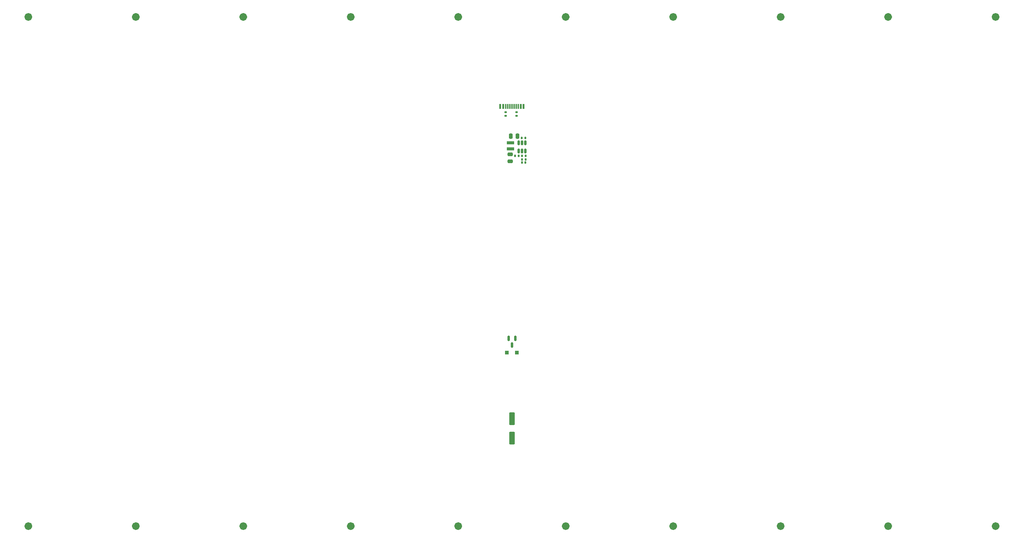
<source format=gtp>
%TF.GenerationSoftware,KiCad,Pcbnew,8.0.3*%
%TF.CreationDate,2024-07-13T18:41:39+02:00*%
%TF.ProjectId,faderboard,66616465-7262-46f6-9172-642e6b696361,rev?*%
%TF.SameCoordinates,Original*%
%TF.FileFunction,Paste,Top*%
%TF.FilePolarity,Positive*%
%FSLAX46Y46*%
G04 Gerber Fmt 4.6, Leading zero omitted, Abs format (unit mm)*
G04 Created by KiCad (PCBNEW 8.0.3) date 2024-07-13 18:41:39*
%MOMM*%
%LPD*%
G01*
G04 APERTURE LIST*
G04 Aperture macros list*
%AMRoundRect*
0 Rectangle with rounded corners*
0 $1 Rounding radius*
0 $2 $3 $4 $5 $6 $7 $8 $9 X,Y pos of 4 corners*
0 Add a 4 corners polygon primitive as box body*
4,1,4,$2,$3,$4,$5,$6,$7,$8,$9,$2,$3,0*
0 Add four circle primitives for the rounded corners*
1,1,$1+$1,$2,$3*
1,1,$1+$1,$4,$5*
1,1,$1+$1,$6,$7*
1,1,$1+$1,$8,$9*
0 Add four rect primitives between the rounded corners*
20,1,$1+$1,$2,$3,$4,$5,0*
20,1,$1+$1,$4,$5,$6,$7,0*
20,1,$1+$1,$6,$7,$8,$9,0*
20,1,$1+$1,$8,$9,$2,$3,0*%
G04 Aperture macros list end*
%ADD10C,1.100000*%
%ADD11RoundRect,0.150000X-0.150000X0.587500X-0.150000X-0.587500X0.150000X-0.587500X0.150000X0.587500X0*%
%ADD12RoundRect,0.250000X0.550000X-1.500000X0.550000X1.500000X-0.550000X1.500000X-0.550000X-1.500000X0*%
%ADD13RoundRect,0.250000X0.250000X0.475000X-0.250000X0.475000X-0.250000X-0.475000X0.250000X-0.475000X0*%
%ADD14R,2.000000X0.850000*%
%ADD15RoundRect,0.150000X0.150000X-0.512500X0.150000X0.512500X-0.150000X0.512500X-0.150000X-0.512500X0*%
%ADD16RoundRect,0.140000X-0.140000X-0.170000X0.140000X-0.170000X0.140000X0.170000X-0.140000X0.170000X0*%
%ADD17RoundRect,0.140000X0.140000X0.170000X-0.140000X0.170000X-0.140000X-0.170000X0.140000X-0.170000X0*%
%ADD18RoundRect,0.250000X-0.475000X0.250000X-0.475000X-0.250000X0.475000X-0.250000X0.475000X0.250000X0*%
%ADD19RoundRect,0.135000X0.135000X0.185000X-0.135000X0.185000X-0.135000X-0.185000X0.135000X-0.185000X0*%
%ADD20RoundRect,0.135000X-0.135000X-0.185000X0.135000X-0.185000X0.135000X0.185000X-0.135000X0.185000X0*%
%ADD21RoundRect,0.135000X-0.185000X0.135000X-0.185000X-0.135000X0.185000X-0.135000X0.185000X0.135000X0*%
%ADD22R,0.600000X1.450000*%
%ADD23R,0.300000X1.450000*%
%ADD24RoundRect,0.250000X-0.300000X-0.300000X0.300000X-0.300000X0.300000X0.300000X-0.300000X0.300000X0*%
G04 APERTURE END LIST*
D10*
X283050000Y-6900000D02*
G75*
G02*
X281950000Y-6900000I-550000J0D01*
G01*
X281950000Y-6900000D02*
G75*
G02*
X283050000Y-6900000I550000J0D01*
G01*
X73050000Y-149100000D02*
G75*
G02*
X71950000Y-149100000I-550000J0D01*
G01*
X71950000Y-149100000D02*
G75*
G02*
X73050000Y-149100000I550000J0D01*
G01*
X193050000Y-149100000D02*
G75*
G02*
X191950000Y-149100000I-550000J0D01*
G01*
X191950000Y-149100000D02*
G75*
G02*
X193050000Y-149100000I550000J0D01*
G01*
X13050000Y-149100000D02*
G75*
G02*
X11950000Y-149100000I-550000J0D01*
G01*
X11950000Y-149100000D02*
G75*
G02*
X13050000Y-149100000I550000J0D01*
G01*
X163050000Y-149100000D02*
G75*
G02*
X161950000Y-149100000I-550000J0D01*
G01*
X161950000Y-149100000D02*
G75*
G02*
X163050000Y-149100000I550000J0D01*
G01*
X193050000Y-6900000D02*
G75*
G02*
X191950000Y-6900000I-550000J0D01*
G01*
X191950000Y-6900000D02*
G75*
G02*
X193050000Y-6900000I550000J0D01*
G01*
X73050000Y-6900000D02*
G75*
G02*
X71950000Y-6900000I-550000J0D01*
G01*
X71950000Y-6900000D02*
G75*
G02*
X73050000Y-6900000I550000J0D01*
G01*
X103050000Y-149100000D02*
G75*
G02*
X101950000Y-149100000I-550000J0D01*
G01*
X101950000Y-149100000D02*
G75*
G02*
X103050000Y-149100000I550000J0D01*
G01*
X223050000Y-6900000D02*
G75*
G02*
X221950000Y-6900000I-550000J0D01*
G01*
X221950000Y-6900000D02*
G75*
G02*
X223050000Y-6900000I550000J0D01*
G01*
X253050000Y-6900000D02*
G75*
G02*
X251950000Y-6900000I-550000J0D01*
G01*
X251950000Y-6900000D02*
G75*
G02*
X253050000Y-6900000I550000J0D01*
G01*
X133050000Y-149100000D02*
G75*
G02*
X131950000Y-149100000I-550000J0D01*
G01*
X131950000Y-149100000D02*
G75*
G02*
X133050000Y-149100000I550000J0D01*
G01*
X223050000Y-149100000D02*
G75*
G02*
X221950000Y-149100000I-550000J0D01*
G01*
X221950000Y-149100000D02*
G75*
G02*
X223050000Y-149100000I550000J0D01*
G01*
X283050000Y-149100000D02*
G75*
G02*
X281950000Y-149100000I-550000J0D01*
G01*
X281950000Y-149100000D02*
G75*
G02*
X283050000Y-149100000I550000J0D01*
G01*
X163050000Y-6900000D02*
G75*
G02*
X161950000Y-6900000I-550000J0D01*
G01*
X161950000Y-6900000D02*
G75*
G02*
X163050000Y-6900000I550000J0D01*
G01*
X133050000Y-6900000D02*
G75*
G02*
X131950000Y-6900000I-550000J0D01*
G01*
X131950000Y-6900000D02*
G75*
G02*
X133050000Y-6900000I550000J0D01*
G01*
X43050000Y-149100000D02*
G75*
G02*
X41950000Y-149100000I-550000J0D01*
G01*
X41950000Y-149100000D02*
G75*
G02*
X43050000Y-149100000I550000J0D01*
G01*
X253050000Y-149100000D02*
G75*
G02*
X251950000Y-149100000I-550000J0D01*
G01*
X251950000Y-149100000D02*
G75*
G02*
X253050000Y-149100000I550000J0D01*
G01*
X43050000Y-6900000D02*
G75*
G02*
X41950000Y-6900000I-550000J0D01*
G01*
X41950000Y-6900000D02*
G75*
G02*
X43050000Y-6900000I550000J0D01*
G01*
X13050000Y-6900000D02*
G75*
G02*
X11950000Y-6900000I-550000J0D01*
G01*
X11950000Y-6900000D02*
G75*
G02*
X13050000Y-6900000I550000J0D01*
G01*
X103050000Y-6900000D02*
G75*
G02*
X101950000Y-6900000I-550000J0D01*
G01*
X101950000Y-6900000D02*
G75*
G02*
X103050000Y-6900000I550000J0D01*
G01*
D11*
%TO.C,Q1*%
X148450000Y-96622500D03*
X146550000Y-96622500D03*
X147500000Y-98497500D03*
%TD*%
D12*
%TO.C,C1*%
X147500000Y-124490000D03*
X147500000Y-119090000D03*
%TD*%
D13*
%TO.C,C9*%
X149060000Y-40175000D03*
X147160000Y-40175000D03*
%TD*%
D14*
%TO.C,L1*%
X147065000Y-42067500D03*
X147065000Y-43717500D03*
%TD*%
D15*
%TO.C,U1*%
X149350000Y-44342500D03*
X150300000Y-44342500D03*
X151250000Y-44342500D03*
X151250000Y-42067500D03*
X150300000Y-42067500D03*
X149350000Y-42067500D03*
%TD*%
D16*
%TO.C,C10*%
X150295000Y-47595000D03*
X151255000Y-47595000D03*
%TD*%
D17*
%TO.C,C8*%
X149350000Y-45715000D03*
X148390000Y-45715000D03*
%TD*%
D18*
%TO.C,C11*%
X146980000Y-45292500D03*
X146980000Y-47192500D03*
%TD*%
D19*
%TO.C,R3*%
X151285000Y-45725000D03*
X150265000Y-45725000D03*
%TD*%
D20*
%TO.C,R1*%
X150230000Y-40685000D03*
X151250000Y-40685000D03*
%TD*%
D21*
%TO.C,R5*%
X148750000Y-33530000D03*
X148750000Y-34550000D03*
%TD*%
D22*
%TO.C,J1*%
X150750000Y-31885000D03*
X149950000Y-31885000D03*
D23*
X148750000Y-31885000D03*
X147750000Y-31885000D03*
X147250000Y-31885000D03*
X146250000Y-31885000D03*
D22*
X145050000Y-31885000D03*
X144250000Y-31885000D03*
X144250000Y-31885000D03*
X145050000Y-31885000D03*
D23*
X145750000Y-31885000D03*
X146750000Y-31885000D03*
X148250000Y-31885000D03*
X149250000Y-31885000D03*
D22*
X149950000Y-31885000D03*
X150750000Y-31885000D03*
%TD*%
D20*
%TO.C,R2*%
X150265000Y-46665000D03*
X151285000Y-46665000D03*
%TD*%
D24*
%TO.C,D1*%
X146100000Y-100630000D03*
X148900000Y-100630000D03*
%TD*%
D21*
%TO.C,R4*%
X145750000Y-33530000D03*
X145750000Y-34550000D03*
%TD*%
M02*

</source>
